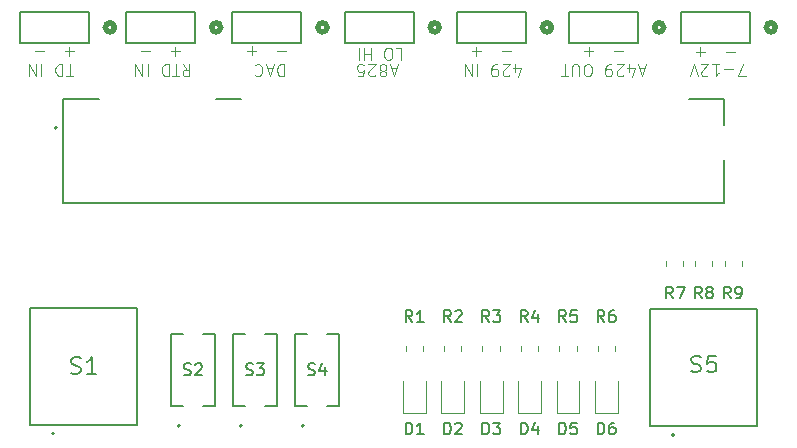
<source format=gbr>
%TF.GenerationSoftware,KiCad,Pcbnew,8.0.1*%
%TF.CreationDate,2024-04-16T20:26:48-05:00*%
%TF.ProjectId,PCB_Test_Jig,5043425f-5465-4737-945f-4a69672e6b69,rev?*%
%TF.SameCoordinates,Original*%
%TF.FileFunction,Legend,Top*%
%TF.FilePolarity,Positive*%
%FSLAX46Y46*%
G04 Gerber Fmt 4.6, Leading zero omitted, Abs format (unit mm)*
G04 Created by KiCad (PCBNEW 8.0.1) date 2024-04-16 20:26:48*
%MOMM*%
%LPD*%
G01*
G04 APERTURE LIST*
%ADD10C,0.100000*%
%ADD11C,0.150000*%
%ADD12C,0.120000*%
%ADD13C,0.152400*%
%ADD14C,0.508000*%
%ADD15C,0.127000*%
%ADD16C,0.200000*%
G04 APERTURE END LIST*
D10*
X50863243Y-35515106D02*
X50101339Y-35515106D01*
X80639041Y-35531442D02*
X81400946Y-35531442D01*
X53624687Y-36627580D02*
X53958020Y-37103771D01*
X54196115Y-36627580D02*
X54196115Y-37627580D01*
X54196115Y-37627580D02*
X53815163Y-37627580D01*
X53815163Y-37627580D02*
X53719925Y-37579961D01*
X53719925Y-37579961D02*
X53672306Y-37532342D01*
X53672306Y-37532342D02*
X53624687Y-37437104D01*
X53624687Y-37437104D02*
X53624687Y-37294247D01*
X53624687Y-37294247D02*
X53672306Y-37199009D01*
X53672306Y-37199009D02*
X53719925Y-37151390D01*
X53719925Y-37151390D02*
X53815163Y-37103771D01*
X53815163Y-37103771D02*
X54196115Y-37103771D01*
X53338972Y-37627580D02*
X52767544Y-37627580D01*
X53053258Y-36627580D02*
X53053258Y-37627580D01*
X52434210Y-36627580D02*
X52434210Y-37627580D01*
X52434210Y-37627580D02*
X52196115Y-37627580D01*
X52196115Y-37627580D02*
X52053258Y-37579961D01*
X52053258Y-37579961D02*
X51958020Y-37484723D01*
X51958020Y-37484723D02*
X51910401Y-37389485D01*
X51910401Y-37389485D02*
X51862782Y-37199009D01*
X51862782Y-37199009D02*
X51862782Y-37056152D01*
X51862782Y-37056152D02*
X51910401Y-36865676D01*
X51910401Y-36865676D02*
X51958020Y-36770438D01*
X51958020Y-36770438D02*
X52053258Y-36675200D01*
X52053258Y-36675200D02*
X52196115Y-36627580D01*
X52196115Y-36627580D02*
X52434210Y-36627580D01*
X50672305Y-36627580D02*
X50672305Y-37627580D01*
X50196115Y-36627580D02*
X50196115Y-37627580D01*
X50196115Y-37627580D02*
X49624687Y-36627580D01*
X49624687Y-36627580D02*
X49624687Y-37627580D01*
X69572349Y-35231089D02*
X69572349Y-36231089D01*
X69572349Y-35754899D02*
X69000921Y-35754899D01*
X69000921Y-35231089D02*
X69000921Y-36231089D01*
X68524730Y-35231089D02*
X68524730Y-36231089D01*
X41869845Y-35524416D02*
X41107941Y-35524416D01*
X90164601Y-35501142D02*
X90926506Y-35501142D01*
X44410977Y-35520128D02*
X43649073Y-35520128D01*
X44030025Y-35139175D02*
X44030025Y-35901080D01*
X101291353Y-37627580D02*
X100624687Y-37627580D01*
X100624687Y-37627580D02*
X101053258Y-36627580D01*
X100243734Y-37008533D02*
X99481830Y-37008533D01*
X98481830Y-36627580D02*
X99053258Y-36627580D01*
X98767544Y-36627580D02*
X98767544Y-37627580D01*
X98767544Y-37627580D02*
X98862782Y-37484723D01*
X98862782Y-37484723D02*
X98958020Y-37389485D01*
X98958020Y-37389485D02*
X99053258Y-37341866D01*
X98100877Y-37532342D02*
X98053258Y-37579961D01*
X98053258Y-37579961D02*
X97958020Y-37627580D01*
X97958020Y-37627580D02*
X97719925Y-37627580D01*
X97719925Y-37627580D02*
X97624687Y-37579961D01*
X97624687Y-37579961D02*
X97577068Y-37532342D01*
X97577068Y-37532342D02*
X97529449Y-37437104D01*
X97529449Y-37437104D02*
X97529449Y-37341866D01*
X97529449Y-37341866D02*
X97577068Y-37199009D01*
X97577068Y-37199009D02*
X98148496Y-36627580D01*
X98148496Y-36627580D02*
X97529449Y-36627580D01*
X97243734Y-37627580D02*
X96910401Y-36627580D01*
X96910401Y-36627580D02*
X96577068Y-37627580D01*
X59104483Y-35489180D02*
X59866388Y-35489180D01*
X59485435Y-35870133D02*
X59485435Y-35108228D01*
X97083182Y-35547325D02*
X97845087Y-35547325D01*
X97464134Y-35928278D02*
X97464134Y-35166373D01*
X78097909Y-35535730D02*
X78859814Y-35535730D01*
X78478861Y-35916683D02*
X78478861Y-35154778D01*
X44338972Y-37627580D02*
X43767544Y-37627580D01*
X44053258Y-36627580D02*
X44053258Y-37627580D01*
X43434210Y-36627580D02*
X43434210Y-37627580D01*
X43434210Y-37627580D02*
X43196115Y-37627580D01*
X43196115Y-37627580D02*
X43053258Y-37579961D01*
X43053258Y-37579961D02*
X42958020Y-37484723D01*
X42958020Y-37484723D02*
X42910401Y-37389485D01*
X42910401Y-37389485D02*
X42862782Y-37199009D01*
X42862782Y-37199009D02*
X42862782Y-37056152D01*
X42862782Y-37056152D02*
X42910401Y-36865676D01*
X42910401Y-36865676D02*
X42958020Y-36770438D01*
X42958020Y-36770438D02*
X43053258Y-36675200D01*
X43053258Y-36675200D02*
X43196115Y-36627580D01*
X43196115Y-36627580D02*
X43434210Y-36627580D01*
X41672305Y-36627580D02*
X41672305Y-37627580D01*
X41196115Y-36627580D02*
X41196115Y-37627580D01*
X41196115Y-37627580D02*
X40624687Y-36627580D01*
X40624687Y-36627580D02*
X40624687Y-37627580D01*
X71743734Y-36913295D02*
X71267544Y-36913295D01*
X71838972Y-36627580D02*
X71505639Y-37627580D01*
X71505639Y-37627580D02*
X71172306Y-36627580D01*
X70696115Y-37199009D02*
X70791353Y-37246628D01*
X70791353Y-37246628D02*
X70838972Y-37294247D01*
X70838972Y-37294247D02*
X70886591Y-37389485D01*
X70886591Y-37389485D02*
X70886591Y-37437104D01*
X70886591Y-37437104D02*
X70838972Y-37532342D01*
X70838972Y-37532342D02*
X70791353Y-37579961D01*
X70791353Y-37579961D02*
X70696115Y-37627580D01*
X70696115Y-37627580D02*
X70505639Y-37627580D01*
X70505639Y-37627580D02*
X70410401Y-37579961D01*
X70410401Y-37579961D02*
X70362782Y-37532342D01*
X70362782Y-37532342D02*
X70315163Y-37437104D01*
X70315163Y-37437104D02*
X70315163Y-37389485D01*
X70315163Y-37389485D02*
X70362782Y-37294247D01*
X70362782Y-37294247D02*
X70410401Y-37246628D01*
X70410401Y-37246628D02*
X70505639Y-37199009D01*
X70505639Y-37199009D02*
X70696115Y-37199009D01*
X70696115Y-37199009D02*
X70791353Y-37151390D01*
X70791353Y-37151390D02*
X70838972Y-37103771D01*
X70838972Y-37103771D02*
X70886591Y-37008533D01*
X70886591Y-37008533D02*
X70886591Y-36818057D01*
X70886591Y-36818057D02*
X70838972Y-36722819D01*
X70838972Y-36722819D02*
X70791353Y-36675200D01*
X70791353Y-36675200D02*
X70696115Y-36627580D01*
X70696115Y-36627580D02*
X70505639Y-36627580D01*
X70505639Y-36627580D02*
X70410401Y-36675200D01*
X70410401Y-36675200D02*
X70362782Y-36722819D01*
X70362782Y-36722819D02*
X70315163Y-36818057D01*
X70315163Y-36818057D02*
X70315163Y-37008533D01*
X70315163Y-37008533D02*
X70362782Y-37103771D01*
X70362782Y-37103771D02*
X70410401Y-37151390D01*
X70410401Y-37151390D02*
X70505639Y-37199009D01*
X69934210Y-37532342D02*
X69886591Y-37579961D01*
X69886591Y-37579961D02*
X69791353Y-37627580D01*
X69791353Y-37627580D02*
X69553258Y-37627580D01*
X69553258Y-37627580D02*
X69458020Y-37579961D01*
X69458020Y-37579961D02*
X69410401Y-37532342D01*
X69410401Y-37532342D02*
X69362782Y-37437104D01*
X69362782Y-37437104D02*
X69362782Y-37341866D01*
X69362782Y-37341866D02*
X69410401Y-37199009D01*
X69410401Y-37199009D02*
X69981829Y-36627580D01*
X69981829Y-36627580D02*
X69362782Y-36627580D01*
X68458020Y-37627580D02*
X68934210Y-37627580D01*
X68934210Y-37627580D02*
X68981829Y-37151390D01*
X68981829Y-37151390D02*
X68934210Y-37199009D01*
X68934210Y-37199009D02*
X68838972Y-37246628D01*
X68838972Y-37246628D02*
X68600877Y-37246628D01*
X68600877Y-37246628D02*
X68505639Y-37199009D01*
X68505639Y-37199009D02*
X68458020Y-37151390D01*
X68458020Y-37151390D02*
X68410401Y-37056152D01*
X68410401Y-37056152D02*
X68410401Y-36818057D01*
X68410401Y-36818057D02*
X68458020Y-36722819D01*
X68458020Y-36722819D02*
X68505639Y-36675200D01*
X68505639Y-36675200D02*
X68600877Y-36627580D01*
X68600877Y-36627580D02*
X68838972Y-36627580D01*
X68838972Y-36627580D02*
X68934210Y-36675200D01*
X68934210Y-36675200D02*
X68981829Y-36722819D01*
X99643414Y-35565945D02*
X100405319Y-35565945D01*
X87623469Y-35505430D02*
X88385374Y-35505430D01*
X88004421Y-35886383D02*
X88004421Y-35124478D01*
X71665701Y-35240399D02*
X72141891Y-35240399D01*
X72141891Y-35240399D02*
X72141891Y-36240399D01*
X71141891Y-36240399D02*
X70951415Y-36240399D01*
X70951415Y-36240399D02*
X70856177Y-36192780D01*
X70856177Y-36192780D02*
X70760939Y-36097542D01*
X70760939Y-36097542D02*
X70713320Y-35907066D01*
X70713320Y-35907066D02*
X70713320Y-35573733D01*
X70713320Y-35573733D02*
X70760939Y-35383257D01*
X70760939Y-35383257D02*
X70856177Y-35288019D01*
X70856177Y-35288019D02*
X70951415Y-35240399D01*
X70951415Y-35240399D02*
X71141891Y-35240399D01*
X71141891Y-35240399D02*
X71237129Y-35288019D01*
X71237129Y-35288019D02*
X71332367Y-35383257D01*
X71332367Y-35383257D02*
X71379986Y-35573733D01*
X71379986Y-35573733D02*
X71379986Y-35907066D01*
X71379986Y-35907066D02*
X71332367Y-36097542D01*
X71332367Y-36097542D02*
X71237129Y-36192780D01*
X71237129Y-36192780D02*
X71141891Y-36240399D01*
X53404375Y-35510818D02*
X52642471Y-35510818D01*
X53023423Y-35129865D02*
X53023423Y-35891770D01*
X81767544Y-37294247D02*
X81767544Y-36627580D01*
X82005639Y-37675200D02*
X82243734Y-36960914D01*
X82243734Y-36960914D02*
X81624687Y-36960914D01*
X81291353Y-37532342D02*
X81243734Y-37579961D01*
X81243734Y-37579961D02*
X81148496Y-37627580D01*
X81148496Y-37627580D02*
X80910401Y-37627580D01*
X80910401Y-37627580D02*
X80815163Y-37579961D01*
X80815163Y-37579961D02*
X80767544Y-37532342D01*
X80767544Y-37532342D02*
X80719925Y-37437104D01*
X80719925Y-37437104D02*
X80719925Y-37341866D01*
X80719925Y-37341866D02*
X80767544Y-37199009D01*
X80767544Y-37199009D02*
X81338972Y-36627580D01*
X81338972Y-36627580D02*
X80719925Y-36627580D01*
X80243734Y-36627580D02*
X80053258Y-36627580D01*
X80053258Y-36627580D02*
X79958020Y-36675200D01*
X79958020Y-36675200D02*
X79910401Y-36722819D01*
X79910401Y-36722819D02*
X79815163Y-36865676D01*
X79815163Y-36865676D02*
X79767544Y-37056152D01*
X79767544Y-37056152D02*
X79767544Y-37437104D01*
X79767544Y-37437104D02*
X79815163Y-37532342D01*
X79815163Y-37532342D02*
X79862782Y-37579961D01*
X79862782Y-37579961D02*
X79958020Y-37627580D01*
X79958020Y-37627580D02*
X80148496Y-37627580D01*
X80148496Y-37627580D02*
X80243734Y-37579961D01*
X80243734Y-37579961D02*
X80291353Y-37532342D01*
X80291353Y-37532342D02*
X80338972Y-37437104D01*
X80338972Y-37437104D02*
X80338972Y-37199009D01*
X80338972Y-37199009D02*
X80291353Y-37103771D01*
X80291353Y-37103771D02*
X80243734Y-37056152D01*
X80243734Y-37056152D02*
X80148496Y-37008533D01*
X80148496Y-37008533D02*
X79958020Y-37008533D01*
X79958020Y-37008533D02*
X79862782Y-37056152D01*
X79862782Y-37056152D02*
X79815163Y-37103771D01*
X79815163Y-37103771D02*
X79767544Y-37199009D01*
X78577067Y-36627580D02*
X78577067Y-37627580D01*
X78100877Y-36627580D02*
X78100877Y-37627580D01*
X78100877Y-37627580D02*
X77529449Y-36627580D01*
X77529449Y-36627580D02*
X77529449Y-37627580D01*
X62196115Y-36627578D02*
X62196115Y-37627578D01*
X62196115Y-37627578D02*
X61958020Y-37627578D01*
X61958020Y-37627578D02*
X61815163Y-37579959D01*
X61815163Y-37579959D02*
X61719925Y-37484721D01*
X61719925Y-37484721D02*
X61672306Y-37389483D01*
X61672306Y-37389483D02*
X61624687Y-37199007D01*
X61624687Y-37199007D02*
X61624687Y-37056150D01*
X61624687Y-37056150D02*
X61672306Y-36865674D01*
X61672306Y-36865674D02*
X61719925Y-36770436D01*
X61719925Y-36770436D02*
X61815163Y-36675198D01*
X61815163Y-36675198D02*
X61958020Y-36627578D01*
X61958020Y-36627578D02*
X62196115Y-36627578D01*
X61243734Y-36913293D02*
X60767544Y-36913293D01*
X61338972Y-36627578D02*
X61005639Y-37627578D01*
X61005639Y-37627578D02*
X60672306Y-36627578D01*
X59767544Y-36722817D02*
X59815163Y-36675198D01*
X59815163Y-36675198D02*
X59958020Y-36627578D01*
X59958020Y-36627578D02*
X60053258Y-36627578D01*
X60053258Y-36627578D02*
X60196115Y-36675198D01*
X60196115Y-36675198D02*
X60291353Y-36770436D01*
X60291353Y-36770436D02*
X60338972Y-36865674D01*
X60338972Y-36865674D02*
X60386591Y-37056150D01*
X60386591Y-37056150D02*
X60386591Y-37199007D01*
X60386591Y-37199007D02*
X60338972Y-37389483D01*
X60338972Y-37389483D02*
X60291353Y-37484721D01*
X60291353Y-37484721D02*
X60196115Y-37579959D01*
X60196115Y-37579959D02*
X60053258Y-37627578D01*
X60053258Y-37627578D02*
X59958020Y-37627578D01*
X59958020Y-37627578D02*
X59815163Y-37579959D01*
X59815163Y-37579959D02*
X59767544Y-37532340D01*
X92743734Y-36913295D02*
X92267544Y-36913295D01*
X92838972Y-36627580D02*
X92505639Y-37627580D01*
X92505639Y-37627580D02*
X92172306Y-36627580D01*
X91410401Y-37294247D02*
X91410401Y-36627580D01*
X91648496Y-37675200D02*
X91886591Y-36960914D01*
X91886591Y-36960914D02*
X91267544Y-36960914D01*
X90934210Y-37532342D02*
X90886591Y-37579961D01*
X90886591Y-37579961D02*
X90791353Y-37627580D01*
X90791353Y-37627580D02*
X90553258Y-37627580D01*
X90553258Y-37627580D02*
X90458020Y-37579961D01*
X90458020Y-37579961D02*
X90410401Y-37532342D01*
X90410401Y-37532342D02*
X90362782Y-37437104D01*
X90362782Y-37437104D02*
X90362782Y-37341866D01*
X90362782Y-37341866D02*
X90410401Y-37199009D01*
X90410401Y-37199009D02*
X90981829Y-36627580D01*
X90981829Y-36627580D02*
X90362782Y-36627580D01*
X89886591Y-36627580D02*
X89696115Y-36627580D01*
X89696115Y-36627580D02*
X89600877Y-36675200D01*
X89600877Y-36675200D02*
X89553258Y-36722819D01*
X89553258Y-36722819D02*
X89458020Y-36865676D01*
X89458020Y-36865676D02*
X89410401Y-37056152D01*
X89410401Y-37056152D02*
X89410401Y-37437104D01*
X89410401Y-37437104D02*
X89458020Y-37532342D01*
X89458020Y-37532342D02*
X89505639Y-37579961D01*
X89505639Y-37579961D02*
X89600877Y-37627580D01*
X89600877Y-37627580D02*
X89791353Y-37627580D01*
X89791353Y-37627580D02*
X89886591Y-37579961D01*
X89886591Y-37579961D02*
X89934210Y-37532342D01*
X89934210Y-37532342D02*
X89981829Y-37437104D01*
X89981829Y-37437104D02*
X89981829Y-37199009D01*
X89981829Y-37199009D02*
X89934210Y-37103771D01*
X89934210Y-37103771D02*
X89886591Y-37056152D01*
X89886591Y-37056152D02*
X89791353Y-37008533D01*
X89791353Y-37008533D02*
X89600877Y-37008533D01*
X89600877Y-37008533D02*
X89505639Y-37056152D01*
X89505639Y-37056152D02*
X89458020Y-37103771D01*
X89458020Y-37103771D02*
X89410401Y-37199009D01*
X88029448Y-37627580D02*
X87838972Y-37627580D01*
X87838972Y-37627580D02*
X87743734Y-37579961D01*
X87743734Y-37579961D02*
X87648496Y-37484723D01*
X87648496Y-37484723D02*
X87600877Y-37294247D01*
X87600877Y-37294247D02*
X87600877Y-36960914D01*
X87600877Y-36960914D02*
X87648496Y-36770438D01*
X87648496Y-36770438D02*
X87743734Y-36675200D01*
X87743734Y-36675200D02*
X87838972Y-36627580D01*
X87838972Y-36627580D02*
X88029448Y-36627580D01*
X88029448Y-36627580D02*
X88124686Y-36675200D01*
X88124686Y-36675200D02*
X88219924Y-36770438D01*
X88219924Y-36770438D02*
X88267543Y-36960914D01*
X88267543Y-36960914D02*
X88267543Y-37294247D01*
X88267543Y-37294247D02*
X88219924Y-37484723D01*
X88219924Y-37484723D02*
X88124686Y-37579961D01*
X88124686Y-37579961D02*
X88029448Y-37627580D01*
X87172305Y-37627580D02*
X87172305Y-36818057D01*
X87172305Y-36818057D02*
X87124686Y-36722819D01*
X87124686Y-36722819D02*
X87077067Y-36675200D01*
X87077067Y-36675200D02*
X86981829Y-36627580D01*
X86981829Y-36627580D02*
X86791353Y-36627580D01*
X86791353Y-36627580D02*
X86696115Y-36675200D01*
X86696115Y-36675200D02*
X86648496Y-36722819D01*
X86648496Y-36722819D02*
X86600877Y-36818057D01*
X86600877Y-36818057D02*
X86600877Y-37627580D01*
X86267543Y-37627580D02*
X85696115Y-37627580D01*
X85981829Y-36627580D02*
X85981829Y-37627580D01*
X61645615Y-35484892D02*
X62407520Y-35484892D01*
D11*
X73083333Y-58454819D02*
X72750000Y-57978628D01*
X72511905Y-58454819D02*
X72511905Y-57454819D01*
X72511905Y-57454819D02*
X72892857Y-57454819D01*
X72892857Y-57454819D02*
X72988095Y-57502438D01*
X72988095Y-57502438D02*
X73035714Y-57550057D01*
X73035714Y-57550057D02*
X73083333Y-57645295D01*
X73083333Y-57645295D02*
X73083333Y-57788152D01*
X73083333Y-57788152D02*
X73035714Y-57883390D01*
X73035714Y-57883390D02*
X72988095Y-57931009D01*
X72988095Y-57931009D02*
X72892857Y-57978628D01*
X72892857Y-57978628D02*
X72511905Y-57978628D01*
X74035714Y-58454819D02*
X73464286Y-58454819D01*
X73750000Y-58454819D02*
X73750000Y-57454819D01*
X73750000Y-57454819D02*
X73654762Y-57597676D01*
X73654762Y-57597676D02*
X73559524Y-57692914D01*
X73559524Y-57692914D02*
X73464286Y-57740533D01*
X72511905Y-67954819D02*
X72511905Y-66954819D01*
X72511905Y-66954819D02*
X72750000Y-66954819D01*
X72750000Y-66954819D02*
X72892857Y-67002438D01*
X72892857Y-67002438D02*
X72988095Y-67097676D01*
X72988095Y-67097676D02*
X73035714Y-67192914D01*
X73035714Y-67192914D02*
X73083333Y-67383390D01*
X73083333Y-67383390D02*
X73083333Y-67526247D01*
X73083333Y-67526247D02*
X73035714Y-67716723D01*
X73035714Y-67716723D02*
X72988095Y-67811961D01*
X72988095Y-67811961D02*
X72892857Y-67907200D01*
X72892857Y-67907200D02*
X72750000Y-67954819D01*
X72750000Y-67954819D02*
X72511905Y-67954819D01*
X74035714Y-67954819D02*
X73464286Y-67954819D01*
X73750000Y-67954819D02*
X73750000Y-66954819D01*
X73750000Y-66954819D02*
X73654762Y-67097676D01*
X73654762Y-67097676D02*
X73559524Y-67192914D01*
X73559524Y-67192914D02*
X73464286Y-67240533D01*
X82833333Y-58454819D02*
X82500000Y-57978628D01*
X82261905Y-58454819D02*
X82261905Y-57454819D01*
X82261905Y-57454819D02*
X82642857Y-57454819D01*
X82642857Y-57454819D02*
X82738095Y-57502438D01*
X82738095Y-57502438D02*
X82785714Y-57550057D01*
X82785714Y-57550057D02*
X82833333Y-57645295D01*
X82833333Y-57645295D02*
X82833333Y-57788152D01*
X82833333Y-57788152D02*
X82785714Y-57883390D01*
X82785714Y-57883390D02*
X82738095Y-57931009D01*
X82738095Y-57931009D02*
X82642857Y-57978628D01*
X82642857Y-57978628D02*
X82261905Y-57978628D01*
X83690476Y-57788152D02*
X83690476Y-58454819D01*
X83452381Y-57407200D02*
X83214286Y-58121485D01*
X83214286Y-58121485D02*
X83833333Y-58121485D01*
X64238095Y-62907200D02*
X64380952Y-62954819D01*
X64380952Y-62954819D02*
X64619047Y-62954819D01*
X64619047Y-62954819D02*
X64714285Y-62907200D01*
X64714285Y-62907200D02*
X64761904Y-62859580D01*
X64761904Y-62859580D02*
X64809523Y-62764342D01*
X64809523Y-62764342D02*
X64809523Y-62669104D01*
X64809523Y-62669104D02*
X64761904Y-62573866D01*
X64761904Y-62573866D02*
X64714285Y-62526247D01*
X64714285Y-62526247D02*
X64619047Y-62478628D01*
X64619047Y-62478628D02*
X64428571Y-62431009D01*
X64428571Y-62431009D02*
X64333333Y-62383390D01*
X64333333Y-62383390D02*
X64285714Y-62335771D01*
X64285714Y-62335771D02*
X64238095Y-62240533D01*
X64238095Y-62240533D02*
X64238095Y-62145295D01*
X64238095Y-62145295D02*
X64285714Y-62050057D01*
X64285714Y-62050057D02*
X64333333Y-62002438D01*
X64333333Y-62002438D02*
X64428571Y-61954819D01*
X64428571Y-61954819D02*
X64666666Y-61954819D01*
X64666666Y-61954819D02*
X64809523Y-62002438D01*
X65666666Y-62288152D02*
X65666666Y-62954819D01*
X65428571Y-61907200D02*
X65190476Y-62621485D01*
X65190476Y-62621485D02*
X65809523Y-62621485D01*
X86083333Y-58454819D02*
X85750000Y-57978628D01*
X85511905Y-58454819D02*
X85511905Y-57454819D01*
X85511905Y-57454819D02*
X85892857Y-57454819D01*
X85892857Y-57454819D02*
X85988095Y-57502438D01*
X85988095Y-57502438D02*
X86035714Y-57550057D01*
X86035714Y-57550057D02*
X86083333Y-57645295D01*
X86083333Y-57645295D02*
X86083333Y-57788152D01*
X86083333Y-57788152D02*
X86035714Y-57883390D01*
X86035714Y-57883390D02*
X85988095Y-57931009D01*
X85988095Y-57931009D02*
X85892857Y-57978628D01*
X85892857Y-57978628D02*
X85511905Y-57978628D01*
X86988095Y-57454819D02*
X86511905Y-57454819D01*
X86511905Y-57454819D02*
X86464286Y-57931009D01*
X86464286Y-57931009D02*
X86511905Y-57883390D01*
X86511905Y-57883390D02*
X86607143Y-57835771D01*
X86607143Y-57835771D02*
X86845238Y-57835771D01*
X86845238Y-57835771D02*
X86940476Y-57883390D01*
X86940476Y-57883390D02*
X86988095Y-57931009D01*
X86988095Y-57931009D02*
X87035714Y-58026247D01*
X87035714Y-58026247D02*
X87035714Y-58264342D01*
X87035714Y-58264342D02*
X86988095Y-58359580D01*
X86988095Y-58359580D02*
X86940476Y-58407200D01*
X86940476Y-58407200D02*
X86845238Y-58454819D01*
X86845238Y-58454819D02*
X86607143Y-58454819D01*
X86607143Y-58454819D02*
X86511905Y-58407200D01*
X86511905Y-58407200D02*
X86464286Y-58359580D01*
X58988095Y-62907200D02*
X59130952Y-62954819D01*
X59130952Y-62954819D02*
X59369047Y-62954819D01*
X59369047Y-62954819D02*
X59464285Y-62907200D01*
X59464285Y-62907200D02*
X59511904Y-62859580D01*
X59511904Y-62859580D02*
X59559523Y-62764342D01*
X59559523Y-62764342D02*
X59559523Y-62669104D01*
X59559523Y-62669104D02*
X59511904Y-62573866D01*
X59511904Y-62573866D02*
X59464285Y-62526247D01*
X59464285Y-62526247D02*
X59369047Y-62478628D01*
X59369047Y-62478628D02*
X59178571Y-62431009D01*
X59178571Y-62431009D02*
X59083333Y-62383390D01*
X59083333Y-62383390D02*
X59035714Y-62335771D01*
X59035714Y-62335771D02*
X58988095Y-62240533D01*
X58988095Y-62240533D02*
X58988095Y-62145295D01*
X58988095Y-62145295D02*
X59035714Y-62050057D01*
X59035714Y-62050057D02*
X59083333Y-62002438D01*
X59083333Y-62002438D02*
X59178571Y-61954819D01*
X59178571Y-61954819D02*
X59416666Y-61954819D01*
X59416666Y-61954819D02*
X59559523Y-62002438D01*
X59892857Y-61954819D02*
X60511904Y-61954819D01*
X60511904Y-61954819D02*
X60178571Y-62335771D01*
X60178571Y-62335771D02*
X60321428Y-62335771D01*
X60321428Y-62335771D02*
X60416666Y-62383390D01*
X60416666Y-62383390D02*
X60464285Y-62431009D01*
X60464285Y-62431009D02*
X60511904Y-62526247D01*
X60511904Y-62526247D02*
X60511904Y-62764342D01*
X60511904Y-62764342D02*
X60464285Y-62859580D01*
X60464285Y-62859580D02*
X60416666Y-62907200D01*
X60416666Y-62907200D02*
X60321428Y-62954819D01*
X60321428Y-62954819D02*
X60035714Y-62954819D01*
X60035714Y-62954819D02*
X59940476Y-62907200D01*
X59940476Y-62907200D02*
X59892857Y-62859580D01*
X76333333Y-58454819D02*
X76000000Y-57978628D01*
X75761905Y-58454819D02*
X75761905Y-57454819D01*
X75761905Y-57454819D02*
X76142857Y-57454819D01*
X76142857Y-57454819D02*
X76238095Y-57502438D01*
X76238095Y-57502438D02*
X76285714Y-57550057D01*
X76285714Y-57550057D02*
X76333333Y-57645295D01*
X76333333Y-57645295D02*
X76333333Y-57788152D01*
X76333333Y-57788152D02*
X76285714Y-57883390D01*
X76285714Y-57883390D02*
X76238095Y-57931009D01*
X76238095Y-57931009D02*
X76142857Y-57978628D01*
X76142857Y-57978628D02*
X75761905Y-57978628D01*
X76714286Y-57550057D02*
X76761905Y-57502438D01*
X76761905Y-57502438D02*
X76857143Y-57454819D01*
X76857143Y-57454819D02*
X77095238Y-57454819D01*
X77095238Y-57454819D02*
X77190476Y-57502438D01*
X77190476Y-57502438D02*
X77238095Y-57550057D01*
X77238095Y-57550057D02*
X77285714Y-57645295D01*
X77285714Y-57645295D02*
X77285714Y-57740533D01*
X77285714Y-57740533D02*
X77238095Y-57883390D01*
X77238095Y-57883390D02*
X76666667Y-58454819D01*
X76666667Y-58454819D02*
X77285714Y-58454819D01*
X85511905Y-67954819D02*
X85511905Y-66954819D01*
X85511905Y-66954819D02*
X85750000Y-66954819D01*
X85750000Y-66954819D02*
X85892857Y-67002438D01*
X85892857Y-67002438D02*
X85988095Y-67097676D01*
X85988095Y-67097676D02*
X86035714Y-67192914D01*
X86035714Y-67192914D02*
X86083333Y-67383390D01*
X86083333Y-67383390D02*
X86083333Y-67526247D01*
X86083333Y-67526247D02*
X86035714Y-67716723D01*
X86035714Y-67716723D02*
X85988095Y-67811961D01*
X85988095Y-67811961D02*
X85892857Y-67907200D01*
X85892857Y-67907200D02*
X85750000Y-67954819D01*
X85750000Y-67954819D02*
X85511905Y-67954819D01*
X86988095Y-66954819D02*
X86511905Y-66954819D01*
X86511905Y-66954819D02*
X86464286Y-67431009D01*
X86464286Y-67431009D02*
X86511905Y-67383390D01*
X86511905Y-67383390D02*
X86607143Y-67335771D01*
X86607143Y-67335771D02*
X86845238Y-67335771D01*
X86845238Y-67335771D02*
X86940476Y-67383390D01*
X86940476Y-67383390D02*
X86988095Y-67431009D01*
X86988095Y-67431009D02*
X87035714Y-67526247D01*
X87035714Y-67526247D02*
X87035714Y-67764342D01*
X87035714Y-67764342D02*
X86988095Y-67859580D01*
X86988095Y-67859580D02*
X86940476Y-67907200D01*
X86940476Y-67907200D02*
X86845238Y-67954819D01*
X86845238Y-67954819D02*
X86607143Y-67954819D01*
X86607143Y-67954819D02*
X86511905Y-67907200D01*
X86511905Y-67907200D02*
X86464286Y-67859580D01*
X82261905Y-67954819D02*
X82261905Y-66954819D01*
X82261905Y-66954819D02*
X82500000Y-66954819D01*
X82500000Y-66954819D02*
X82642857Y-67002438D01*
X82642857Y-67002438D02*
X82738095Y-67097676D01*
X82738095Y-67097676D02*
X82785714Y-67192914D01*
X82785714Y-67192914D02*
X82833333Y-67383390D01*
X82833333Y-67383390D02*
X82833333Y-67526247D01*
X82833333Y-67526247D02*
X82785714Y-67716723D01*
X82785714Y-67716723D02*
X82738095Y-67811961D01*
X82738095Y-67811961D02*
X82642857Y-67907200D01*
X82642857Y-67907200D02*
X82500000Y-67954819D01*
X82500000Y-67954819D02*
X82261905Y-67954819D01*
X83690476Y-67288152D02*
X83690476Y-67954819D01*
X83452381Y-66907200D02*
X83214286Y-67621485D01*
X83214286Y-67621485D02*
X83833333Y-67621485D01*
X44183333Y-62763200D02*
X44383333Y-62829866D01*
X44383333Y-62829866D02*
X44716667Y-62829866D01*
X44716667Y-62829866D02*
X44850000Y-62763200D01*
X44850000Y-62763200D02*
X44916667Y-62696533D01*
X44916667Y-62696533D02*
X44983333Y-62563200D01*
X44983333Y-62563200D02*
X44983333Y-62429866D01*
X44983333Y-62429866D02*
X44916667Y-62296533D01*
X44916667Y-62296533D02*
X44850000Y-62229866D01*
X44850000Y-62229866D02*
X44716667Y-62163200D01*
X44716667Y-62163200D02*
X44450000Y-62096533D01*
X44450000Y-62096533D02*
X44316667Y-62029866D01*
X44316667Y-62029866D02*
X44250000Y-61963200D01*
X44250000Y-61963200D02*
X44183333Y-61829866D01*
X44183333Y-61829866D02*
X44183333Y-61696533D01*
X44183333Y-61696533D02*
X44250000Y-61563200D01*
X44250000Y-61563200D02*
X44316667Y-61496533D01*
X44316667Y-61496533D02*
X44450000Y-61429866D01*
X44450000Y-61429866D02*
X44783333Y-61429866D01*
X44783333Y-61429866D02*
X44983333Y-61496533D01*
X46316666Y-62829866D02*
X45516666Y-62829866D01*
X45916666Y-62829866D02*
X45916666Y-61429866D01*
X45916666Y-61429866D02*
X45783333Y-61629866D01*
X45783333Y-61629866D02*
X45650000Y-61763200D01*
X45650000Y-61763200D02*
X45516666Y-61829866D01*
X100033333Y-56454819D02*
X99700000Y-55978628D01*
X99461905Y-56454819D02*
X99461905Y-55454819D01*
X99461905Y-55454819D02*
X99842857Y-55454819D01*
X99842857Y-55454819D02*
X99938095Y-55502438D01*
X99938095Y-55502438D02*
X99985714Y-55550057D01*
X99985714Y-55550057D02*
X100033333Y-55645295D01*
X100033333Y-55645295D02*
X100033333Y-55788152D01*
X100033333Y-55788152D02*
X99985714Y-55883390D01*
X99985714Y-55883390D02*
X99938095Y-55931009D01*
X99938095Y-55931009D02*
X99842857Y-55978628D01*
X99842857Y-55978628D02*
X99461905Y-55978628D01*
X100509524Y-56454819D02*
X100700000Y-56454819D01*
X100700000Y-56454819D02*
X100795238Y-56407200D01*
X100795238Y-56407200D02*
X100842857Y-56359580D01*
X100842857Y-56359580D02*
X100938095Y-56216723D01*
X100938095Y-56216723D02*
X100985714Y-56026247D01*
X100985714Y-56026247D02*
X100985714Y-55645295D01*
X100985714Y-55645295D02*
X100938095Y-55550057D01*
X100938095Y-55550057D02*
X100890476Y-55502438D01*
X100890476Y-55502438D02*
X100795238Y-55454819D01*
X100795238Y-55454819D02*
X100604762Y-55454819D01*
X100604762Y-55454819D02*
X100509524Y-55502438D01*
X100509524Y-55502438D02*
X100461905Y-55550057D01*
X100461905Y-55550057D02*
X100414286Y-55645295D01*
X100414286Y-55645295D02*
X100414286Y-55883390D01*
X100414286Y-55883390D02*
X100461905Y-55978628D01*
X100461905Y-55978628D02*
X100509524Y-56026247D01*
X100509524Y-56026247D02*
X100604762Y-56073866D01*
X100604762Y-56073866D02*
X100795238Y-56073866D01*
X100795238Y-56073866D02*
X100890476Y-56026247D01*
X100890476Y-56026247D02*
X100938095Y-55978628D01*
X100938095Y-55978628D02*
X100985714Y-55883390D01*
X79583333Y-58454819D02*
X79250000Y-57978628D01*
X79011905Y-58454819D02*
X79011905Y-57454819D01*
X79011905Y-57454819D02*
X79392857Y-57454819D01*
X79392857Y-57454819D02*
X79488095Y-57502438D01*
X79488095Y-57502438D02*
X79535714Y-57550057D01*
X79535714Y-57550057D02*
X79583333Y-57645295D01*
X79583333Y-57645295D02*
X79583333Y-57788152D01*
X79583333Y-57788152D02*
X79535714Y-57883390D01*
X79535714Y-57883390D02*
X79488095Y-57931009D01*
X79488095Y-57931009D02*
X79392857Y-57978628D01*
X79392857Y-57978628D02*
X79011905Y-57978628D01*
X79916667Y-57454819D02*
X80535714Y-57454819D01*
X80535714Y-57454819D02*
X80202381Y-57835771D01*
X80202381Y-57835771D02*
X80345238Y-57835771D01*
X80345238Y-57835771D02*
X80440476Y-57883390D01*
X80440476Y-57883390D02*
X80488095Y-57931009D01*
X80488095Y-57931009D02*
X80535714Y-58026247D01*
X80535714Y-58026247D02*
X80535714Y-58264342D01*
X80535714Y-58264342D02*
X80488095Y-58359580D01*
X80488095Y-58359580D02*
X80440476Y-58407200D01*
X80440476Y-58407200D02*
X80345238Y-58454819D01*
X80345238Y-58454819D02*
X80059524Y-58454819D01*
X80059524Y-58454819D02*
X79964286Y-58407200D01*
X79964286Y-58407200D02*
X79916667Y-58359580D01*
X75761905Y-67954819D02*
X75761905Y-66954819D01*
X75761905Y-66954819D02*
X76000000Y-66954819D01*
X76000000Y-66954819D02*
X76142857Y-67002438D01*
X76142857Y-67002438D02*
X76238095Y-67097676D01*
X76238095Y-67097676D02*
X76285714Y-67192914D01*
X76285714Y-67192914D02*
X76333333Y-67383390D01*
X76333333Y-67383390D02*
X76333333Y-67526247D01*
X76333333Y-67526247D02*
X76285714Y-67716723D01*
X76285714Y-67716723D02*
X76238095Y-67811961D01*
X76238095Y-67811961D02*
X76142857Y-67907200D01*
X76142857Y-67907200D02*
X76000000Y-67954819D01*
X76000000Y-67954819D02*
X75761905Y-67954819D01*
X76714286Y-67050057D02*
X76761905Y-67002438D01*
X76761905Y-67002438D02*
X76857143Y-66954819D01*
X76857143Y-66954819D02*
X77095238Y-66954819D01*
X77095238Y-66954819D02*
X77190476Y-67002438D01*
X77190476Y-67002438D02*
X77238095Y-67050057D01*
X77238095Y-67050057D02*
X77285714Y-67145295D01*
X77285714Y-67145295D02*
X77285714Y-67240533D01*
X77285714Y-67240533D02*
X77238095Y-67383390D01*
X77238095Y-67383390D02*
X76666667Y-67954819D01*
X76666667Y-67954819D02*
X77285714Y-67954819D01*
X96683333Y-62633200D02*
X96883333Y-62699866D01*
X96883333Y-62699866D02*
X97216667Y-62699866D01*
X97216667Y-62699866D02*
X97350000Y-62633200D01*
X97350000Y-62633200D02*
X97416667Y-62566533D01*
X97416667Y-62566533D02*
X97483333Y-62433200D01*
X97483333Y-62433200D02*
X97483333Y-62299866D01*
X97483333Y-62299866D02*
X97416667Y-62166533D01*
X97416667Y-62166533D02*
X97350000Y-62099866D01*
X97350000Y-62099866D02*
X97216667Y-62033200D01*
X97216667Y-62033200D02*
X96950000Y-61966533D01*
X96950000Y-61966533D02*
X96816667Y-61899866D01*
X96816667Y-61899866D02*
X96750000Y-61833200D01*
X96750000Y-61833200D02*
X96683333Y-61699866D01*
X96683333Y-61699866D02*
X96683333Y-61566533D01*
X96683333Y-61566533D02*
X96750000Y-61433200D01*
X96750000Y-61433200D02*
X96816667Y-61366533D01*
X96816667Y-61366533D02*
X96950000Y-61299866D01*
X96950000Y-61299866D02*
X97283333Y-61299866D01*
X97283333Y-61299866D02*
X97483333Y-61366533D01*
X98750000Y-61299866D02*
X98083333Y-61299866D01*
X98083333Y-61299866D02*
X98016666Y-61966533D01*
X98016666Y-61966533D02*
X98083333Y-61899866D01*
X98083333Y-61899866D02*
X98216666Y-61833200D01*
X98216666Y-61833200D02*
X98550000Y-61833200D01*
X98550000Y-61833200D02*
X98683333Y-61899866D01*
X98683333Y-61899866D02*
X98750000Y-61966533D01*
X98750000Y-61966533D02*
X98816666Y-62099866D01*
X98816666Y-62099866D02*
X98816666Y-62433200D01*
X98816666Y-62433200D02*
X98750000Y-62566533D01*
X98750000Y-62566533D02*
X98683333Y-62633200D01*
X98683333Y-62633200D02*
X98550000Y-62699866D01*
X98550000Y-62699866D02*
X98216666Y-62699866D01*
X98216666Y-62699866D02*
X98083333Y-62633200D01*
X98083333Y-62633200D02*
X98016666Y-62566533D01*
X53738095Y-62907200D02*
X53880952Y-62954819D01*
X53880952Y-62954819D02*
X54119047Y-62954819D01*
X54119047Y-62954819D02*
X54214285Y-62907200D01*
X54214285Y-62907200D02*
X54261904Y-62859580D01*
X54261904Y-62859580D02*
X54309523Y-62764342D01*
X54309523Y-62764342D02*
X54309523Y-62669104D01*
X54309523Y-62669104D02*
X54261904Y-62573866D01*
X54261904Y-62573866D02*
X54214285Y-62526247D01*
X54214285Y-62526247D02*
X54119047Y-62478628D01*
X54119047Y-62478628D02*
X53928571Y-62431009D01*
X53928571Y-62431009D02*
X53833333Y-62383390D01*
X53833333Y-62383390D02*
X53785714Y-62335771D01*
X53785714Y-62335771D02*
X53738095Y-62240533D01*
X53738095Y-62240533D02*
X53738095Y-62145295D01*
X53738095Y-62145295D02*
X53785714Y-62050057D01*
X53785714Y-62050057D02*
X53833333Y-62002438D01*
X53833333Y-62002438D02*
X53928571Y-61954819D01*
X53928571Y-61954819D02*
X54166666Y-61954819D01*
X54166666Y-61954819D02*
X54309523Y-62002438D01*
X54690476Y-62050057D02*
X54738095Y-62002438D01*
X54738095Y-62002438D02*
X54833333Y-61954819D01*
X54833333Y-61954819D02*
X55071428Y-61954819D01*
X55071428Y-61954819D02*
X55166666Y-62002438D01*
X55166666Y-62002438D02*
X55214285Y-62050057D01*
X55214285Y-62050057D02*
X55261904Y-62145295D01*
X55261904Y-62145295D02*
X55261904Y-62240533D01*
X55261904Y-62240533D02*
X55214285Y-62383390D01*
X55214285Y-62383390D02*
X54642857Y-62954819D01*
X54642857Y-62954819D02*
X55261904Y-62954819D01*
X88761905Y-67954819D02*
X88761905Y-66954819D01*
X88761905Y-66954819D02*
X89000000Y-66954819D01*
X89000000Y-66954819D02*
X89142857Y-67002438D01*
X89142857Y-67002438D02*
X89238095Y-67097676D01*
X89238095Y-67097676D02*
X89285714Y-67192914D01*
X89285714Y-67192914D02*
X89333333Y-67383390D01*
X89333333Y-67383390D02*
X89333333Y-67526247D01*
X89333333Y-67526247D02*
X89285714Y-67716723D01*
X89285714Y-67716723D02*
X89238095Y-67811961D01*
X89238095Y-67811961D02*
X89142857Y-67907200D01*
X89142857Y-67907200D02*
X89000000Y-67954819D01*
X89000000Y-67954819D02*
X88761905Y-67954819D01*
X90190476Y-66954819D02*
X90000000Y-66954819D01*
X90000000Y-66954819D02*
X89904762Y-67002438D01*
X89904762Y-67002438D02*
X89857143Y-67050057D01*
X89857143Y-67050057D02*
X89761905Y-67192914D01*
X89761905Y-67192914D02*
X89714286Y-67383390D01*
X89714286Y-67383390D02*
X89714286Y-67764342D01*
X89714286Y-67764342D02*
X89761905Y-67859580D01*
X89761905Y-67859580D02*
X89809524Y-67907200D01*
X89809524Y-67907200D02*
X89904762Y-67954819D01*
X89904762Y-67954819D02*
X90095238Y-67954819D01*
X90095238Y-67954819D02*
X90190476Y-67907200D01*
X90190476Y-67907200D02*
X90238095Y-67859580D01*
X90238095Y-67859580D02*
X90285714Y-67764342D01*
X90285714Y-67764342D02*
X90285714Y-67526247D01*
X90285714Y-67526247D02*
X90238095Y-67431009D01*
X90238095Y-67431009D02*
X90190476Y-67383390D01*
X90190476Y-67383390D02*
X90095238Y-67335771D01*
X90095238Y-67335771D02*
X89904762Y-67335771D01*
X89904762Y-67335771D02*
X89809524Y-67383390D01*
X89809524Y-67383390D02*
X89761905Y-67431009D01*
X89761905Y-67431009D02*
X89714286Y-67526247D01*
X79011905Y-67954819D02*
X79011905Y-66954819D01*
X79011905Y-66954819D02*
X79250000Y-66954819D01*
X79250000Y-66954819D02*
X79392857Y-67002438D01*
X79392857Y-67002438D02*
X79488095Y-67097676D01*
X79488095Y-67097676D02*
X79535714Y-67192914D01*
X79535714Y-67192914D02*
X79583333Y-67383390D01*
X79583333Y-67383390D02*
X79583333Y-67526247D01*
X79583333Y-67526247D02*
X79535714Y-67716723D01*
X79535714Y-67716723D02*
X79488095Y-67811961D01*
X79488095Y-67811961D02*
X79392857Y-67907200D01*
X79392857Y-67907200D02*
X79250000Y-67954819D01*
X79250000Y-67954819D02*
X79011905Y-67954819D01*
X79916667Y-66954819D02*
X80535714Y-66954819D01*
X80535714Y-66954819D02*
X80202381Y-67335771D01*
X80202381Y-67335771D02*
X80345238Y-67335771D01*
X80345238Y-67335771D02*
X80440476Y-67383390D01*
X80440476Y-67383390D02*
X80488095Y-67431009D01*
X80488095Y-67431009D02*
X80535714Y-67526247D01*
X80535714Y-67526247D02*
X80535714Y-67764342D01*
X80535714Y-67764342D02*
X80488095Y-67859580D01*
X80488095Y-67859580D02*
X80440476Y-67907200D01*
X80440476Y-67907200D02*
X80345238Y-67954819D01*
X80345238Y-67954819D02*
X80059524Y-67954819D01*
X80059524Y-67954819D02*
X79964286Y-67907200D01*
X79964286Y-67907200D02*
X79916667Y-67859580D01*
X95133333Y-56454819D02*
X94800000Y-55978628D01*
X94561905Y-56454819D02*
X94561905Y-55454819D01*
X94561905Y-55454819D02*
X94942857Y-55454819D01*
X94942857Y-55454819D02*
X95038095Y-55502438D01*
X95038095Y-55502438D02*
X95085714Y-55550057D01*
X95085714Y-55550057D02*
X95133333Y-55645295D01*
X95133333Y-55645295D02*
X95133333Y-55788152D01*
X95133333Y-55788152D02*
X95085714Y-55883390D01*
X95085714Y-55883390D02*
X95038095Y-55931009D01*
X95038095Y-55931009D02*
X94942857Y-55978628D01*
X94942857Y-55978628D02*
X94561905Y-55978628D01*
X95466667Y-55454819D02*
X96133333Y-55454819D01*
X96133333Y-55454819D02*
X95704762Y-56454819D01*
X97583333Y-56454819D02*
X97250000Y-55978628D01*
X97011905Y-56454819D02*
X97011905Y-55454819D01*
X97011905Y-55454819D02*
X97392857Y-55454819D01*
X97392857Y-55454819D02*
X97488095Y-55502438D01*
X97488095Y-55502438D02*
X97535714Y-55550057D01*
X97535714Y-55550057D02*
X97583333Y-55645295D01*
X97583333Y-55645295D02*
X97583333Y-55788152D01*
X97583333Y-55788152D02*
X97535714Y-55883390D01*
X97535714Y-55883390D02*
X97488095Y-55931009D01*
X97488095Y-55931009D02*
X97392857Y-55978628D01*
X97392857Y-55978628D02*
X97011905Y-55978628D01*
X98154762Y-55883390D02*
X98059524Y-55835771D01*
X98059524Y-55835771D02*
X98011905Y-55788152D01*
X98011905Y-55788152D02*
X97964286Y-55692914D01*
X97964286Y-55692914D02*
X97964286Y-55645295D01*
X97964286Y-55645295D02*
X98011905Y-55550057D01*
X98011905Y-55550057D02*
X98059524Y-55502438D01*
X98059524Y-55502438D02*
X98154762Y-55454819D01*
X98154762Y-55454819D02*
X98345238Y-55454819D01*
X98345238Y-55454819D02*
X98440476Y-55502438D01*
X98440476Y-55502438D02*
X98488095Y-55550057D01*
X98488095Y-55550057D02*
X98535714Y-55645295D01*
X98535714Y-55645295D02*
X98535714Y-55692914D01*
X98535714Y-55692914D02*
X98488095Y-55788152D01*
X98488095Y-55788152D02*
X98440476Y-55835771D01*
X98440476Y-55835771D02*
X98345238Y-55883390D01*
X98345238Y-55883390D02*
X98154762Y-55883390D01*
X98154762Y-55883390D02*
X98059524Y-55931009D01*
X98059524Y-55931009D02*
X98011905Y-55978628D01*
X98011905Y-55978628D02*
X97964286Y-56073866D01*
X97964286Y-56073866D02*
X97964286Y-56264342D01*
X97964286Y-56264342D02*
X98011905Y-56359580D01*
X98011905Y-56359580D02*
X98059524Y-56407200D01*
X98059524Y-56407200D02*
X98154762Y-56454819D01*
X98154762Y-56454819D02*
X98345238Y-56454819D01*
X98345238Y-56454819D02*
X98440476Y-56407200D01*
X98440476Y-56407200D02*
X98488095Y-56359580D01*
X98488095Y-56359580D02*
X98535714Y-56264342D01*
X98535714Y-56264342D02*
X98535714Y-56073866D01*
X98535714Y-56073866D02*
X98488095Y-55978628D01*
X98488095Y-55978628D02*
X98440476Y-55931009D01*
X98440476Y-55931009D02*
X98345238Y-55883390D01*
X89333333Y-58454819D02*
X89000000Y-57978628D01*
X88761905Y-58454819D02*
X88761905Y-57454819D01*
X88761905Y-57454819D02*
X89142857Y-57454819D01*
X89142857Y-57454819D02*
X89238095Y-57502438D01*
X89238095Y-57502438D02*
X89285714Y-57550057D01*
X89285714Y-57550057D02*
X89333333Y-57645295D01*
X89333333Y-57645295D02*
X89333333Y-57788152D01*
X89333333Y-57788152D02*
X89285714Y-57883390D01*
X89285714Y-57883390D02*
X89238095Y-57931009D01*
X89238095Y-57931009D02*
X89142857Y-57978628D01*
X89142857Y-57978628D02*
X88761905Y-57978628D01*
X90190476Y-57454819D02*
X90000000Y-57454819D01*
X90000000Y-57454819D02*
X89904762Y-57502438D01*
X89904762Y-57502438D02*
X89857143Y-57550057D01*
X89857143Y-57550057D02*
X89761905Y-57692914D01*
X89761905Y-57692914D02*
X89714286Y-57883390D01*
X89714286Y-57883390D02*
X89714286Y-58264342D01*
X89714286Y-58264342D02*
X89761905Y-58359580D01*
X89761905Y-58359580D02*
X89809524Y-58407200D01*
X89809524Y-58407200D02*
X89904762Y-58454819D01*
X89904762Y-58454819D02*
X90095238Y-58454819D01*
X90095238Y-58454819D02*
X90190476Y-58407200D01*
X90190476Y-58407200D02*
X90238095Y-58359580D01*
X90238095Y-58359580D02*
X90285714Y-58264342D01*
X90285714Y-58264342D02*
X90285714Y-58026247D01*
X90285714Y-58026247D02*
X90238095Y-57931009D01*
X90238095Y-57931009D02*
X90190476Y-57883390D01*
X90190476Y-57883390D02*
X90095238Y-57835771D01*
X90095238Y-57835771D02*
X89904762Y-57835771D01*
X89904762Y-57835771D02*
X89809524Y-57883390D01*
X89809524Y-57883390D02*
X89761905Y-57931009D01*
X89761905Y-57931009D02*
X89714286Y-58026247D01*
D12*
X72515000Y-60435436D02*
X72515000Y-60889564D01*
X73985000Y-60435436D02*
X73985000Y-60889564D01*
X72290000Y-63437500D02*
X72290000Y-66122500D01*
X72290000Y-66122500D02*
X74210000Y-66122500D01*
X74210000Y-66122500D02*
X74210000Y-63437500D01*
D13*
X95809000Y-32179200D02*
X95809000Y-34820800D01*
X95809000Y-34820800D02*
X101651000Y-34820800D01*
X101651000Y-32179200D02*
X95809000Y-32179200D01*
X101651000Y-34820800D02*
X101651000Y-32179200D01*
D14*
X103810000Y-33500000D02*
G75*
G02*
X103048000Y-33500000I-381000J0D01*
G01*
X103048000Y-33500000D02*
G75*
G02*
X103810000Y-33500000I381000J0D01*
G01*
D13*
X76849000Y-32179200D02*
X76849000Y-34820800D01*
X76849000Y-34820800D02*
X82691000Y-34820800D01*
X82691000Y-32179200D02*
X76849000Y-32179200D01*
X82691000Y-34820800D02*
X82691000Y-32179200D01*
D14*
X84850000Y-33500000D02*
G75*
G02*
X84088000Y-33500000I-381000J0D01*
G01*
X84088000Y-33500000D02*
G75*
G02*
X84850000Y-33500000I381000J0D01*
G01*
D13*
X39849000Y-32179200D02*
X39849000Y-34820800D01*
X39849000Y-34820800D02*
X45691000Y-34820800D01*
X45691000Y-32179200D02*
X39849000Y-32179200D01*
X45691000Y-34820800D02*
X45691000Y-32179200D01*
D14*
X47850000Y-33500000D02*
G75*
G02*
X47088000Y-33500000I-381000J0D01*
G01*
X47088000Y-33500000D02*
G75*
G02*
X47850000Y-33500000I381000J0D01*
G01*
D12*
X82265000Y-60435436D02*
X82265000Y-60889564D01*
X83735000Y-60435436D02*
X83735000Y-60889564D01*
D15*
X63150000Y-59450000D02*
X64150000Y-59450000D01*
X63150000Y-65550000D02*
X63150000Y-59450000D01*
X64150000Y-65550000D02*
X63150000Y-65550000D01*
X65850000Y-65550000D02*
X66850000Y-65550000D01*
X66850000Y-59450000D02*
X65850000Y-59450000D01*
X66850000Y-65550000D02*
X66850000Y-59450000D01*
D16*
X63890000Y-67220000D02*
G75*
G02*
X63690000Y-67220000I-100000J0D01*
G01*
X63690000Y-67220000D02*
G75*
G02*
X63890000Y-67220000I100000J0D01*
G01*
D12*
X85515000Y-60435436D02*
X85515000Y-60889564D01*
X86985000Y-60435436D02*
X86985000Y-60889564D01*
D15*
X57900000Y-59450000D02*
X58900000Y-59450000D01*
X57900000Y-65550000D02*
X57900000Y-59450000D01*
X58900000Y-65550000D02*
X57900000Y-65550000D01*
X60600000Y-65550000D02*
X61600000Y-65550000D01*
X61600000Y-59450000D02*
X60600000Y-59450000D01*
X61600000Y-65550000D02*
X61600000Y-59450000D01*
D16*
X58640000Y-67220000D02*
G75*
G02*
X58440000Y-67220000I-100000J0D01*
G01*
X58440000Y-67220000D02*
G75*
G02*
X58640000Y-67220000I100000J0D01*
G01*
D12*
X75765000Y-60435436D02*
X75765000Y-60889564D01*
X77235000Y-60435436D02*
X77235000Y-60889564D01*
X85290000Y-63437500D02*
X85290000Y-66122500D01*
X85290000Y-66122500D02*
X87210000Y-66122500D01*
X87210000Y-66122500D02*
X87210000Y-63437500D01*
D13*
X67349000Y-32179200D02*
X67349000Y-34820800D01*
X67349000Y-34820800D02*
X73191000Y-34820800D01*
X73191000Y-32179200D02*
X67349000Y-32179200D01*
X73191000Y-34820800D02*
X73191000Y-32179200D01*
D14*
X75350000Y-33500000D02*
G75*
G02*
X74588000Y-33500000I-381000J0D01*
G01*
X74588000Y-33500000D02*
G75*
G02*
X75350000Y-33500000I381000J0D01*
G01*
D13*
X57849000Y-32179200D02*
X57849000Y-34820800D01*
X57849000Y-34820800D02*
X63691000Y-34820800D01*
X63691000Y-32179200D02*
X57849000Y-32179200D01*
X63691000Y-34820800D02*
X63691000Y-32179200D01*
D14*
X65850000Y-33500000D02*
G75*
G02*
X65088000Y-33500000I-381000J0D01*
G01*
X65088000Y-33500000D02*
G75*
G02*
X65850000Y-33500000I381000J0D01*
G01*
D12*
X82040000Y-63437500D02*
X82040000Y-66122500D01*
X82040000Y-66122500D02*
X83960000Y-66122500D01*
X83960000Y-66122500D02*
X83960000Y-63437500D01*
D15*
X40730000Y-57240000D02*
X49770000Y-57240000D01*
X40730000Y-67140000D02*
X40730000Y-57240000D01*
X49770000Y-57240000D02*
X49770000Y-67140000D01*
X49770000Y-67140000D02*
X40730000Y-67140000D01*
D16*
X42750000Y-67890000D02*
G75*
G02*
X42550000Y-67890000I-100000J0D01*
G01*
X42550000Y-67890000D02*
G75*
G02*
X42750000Y-67890000I100000J0D01*
G01*
D12*
X99515000Y-53272936D02*
X99515000Y-53727064D01*
X100985000Y-53272936D02*
X100985000Y-53727064D01*
D15*
X43500000Y-39550000D02*
X46536000Y-39550000D01*
X43500000Y-48350000D02*
X43500000Y-39550000D01*
X56460000Y-39550000D02*
X58540000Y-39550000D01*
X96460000Y-39550000D02*
X99500000Y-39550000D01*
X99500000Y-39550000D02*
X99500000Y-41730000D01*
X99500000Y-48350000D02*
X43500000Y-48350000D01*
X99500000Y-48350000D02*
X99500000Y-44770000D01*
D16*
X43000000Y-42000000D02*
G75*
G02*
X42800000Y-42000000I-100000J0D01*
G01*
X42800000Y-42000000D02*
G75*
G02*
X43000000Y-42000000I100000J0D01*
G01*
D12*
X79015000Y-60435436D02*
X79015000Y-60889564D01*
X80485000Y-60435436D02*
X80485000Y-60889564D01*
X75540000Y-63437500D02*
X75540000Y-66122500D01*
X75540000Y-66122500D02*
X77460000Y-66122500D01*
X77460000Y-66122500D02*
X77460000Y-63437500D01*
D15*
X93230000Y-57360000D02*
X102270000Y-57360000D01*
X93230000Y-67260000D02*
X93230000Y-57360000D01*
X102270000Y-57360000D02*
X102270000Y-67260000D01*
X102270000Y-67260000D02*
X93230000Y-67260000D01*
D16*
X95250000Y-68010000D02*
G75*
G02*
X95050000Y-68010000I-100000J0D01*
G01*
X95050000Y-68010000D02*
G75*
G02*
X95250000Y-68010000I100000J0D01*
G01*
D15*
X52650000Y-59450000D02*
X53650000Y-59450000D01*
X52650000Y-65550000D02*
X52650000Y-59450000D01*
X53650000Y-65550000D02*
X52650000Y-65550000D01*
X55350000Y-65550000D02*
X56350000Y-65550000D01*
X56350000Y-59450000D02*
X55350000Y-59450000D01*
X56350000Y-65550000D02*
X56350000Y-59450000D01*
D16*
X53390000Y-67220000D02*
G75*
G02*
X53190000Y-67220000I-100000J0D01*
G01*
X53190000Y-67220000D02*
G75*
G02*
X53390000Y-67220000I100000J0D01*
G01*
D12*
X88540000Y-63437500D02*
X88540000Y-66122500D01*
X88540000Y-66122500D02*
X90460000Y-66122500D01*
X90460000Y-66122500D02*
X90460000Y-63437500D01*
D13*
X86349000Y-32179200D02*
X86349000Y-34820800D01*
X86349000Y-34820800D02*
X92191000Y-34820800D01*
X92191000Y-32179200D02*
X86349000Y-32179200D01*
X92191000Y-34820800D02*
X92191000Y-32179200D01*
D14*
X94350000Y-33500000D02*
G75*
G02*
X93588000Y-33500000I-381000J0D01*
G01*
X93588000Y-33500000D02*
G75*
G02*
X94350000Y-33500000I381000J0D01*
G01*
D12*
X78790000Y-63437500D02*
X78790000Y-66122500D01*
X78790000Y-66122500D02*
X80710000Y-66122500D01*
X80710000Y-66122500D02*
X80710000Y-63437500D01*
X94515000Y-53272936D02*
X94515000Y-53727064D01*
X95985000Y-53272936D02*
X95985000Y-53727064D01*
D13*
X48849000Y-32179200D02*
X48849000Y-34820800D01*
X48849000Y-34820800D02*
X54691000Y-34820800D01*
X54691000Y-32179200D02*
X48849000Y-32179200D01*
X54691000Y-34820800D02*
X54691000Y-32179200D01*
D14*
X56850000Y-33500000D02*
G75*
G02*
X56088000Y-33500000I-381000J0D01*
G01*
X56088000Y-33500000D02*
G75*
G02*
X56850000Y-33500000I381000J0D01*
G01*
D12*
X97015000Y-53272936D02*
X97015000Y-53727064D01*
X98485000Y-53272936D02*
X98485000Y-53727064D01*
X88765000Y-60435436D02*
X88765000Y-60889564D01*
X90235000Y-60435436D02*
X90235000Y-60889564D01*
M02*

</source>
